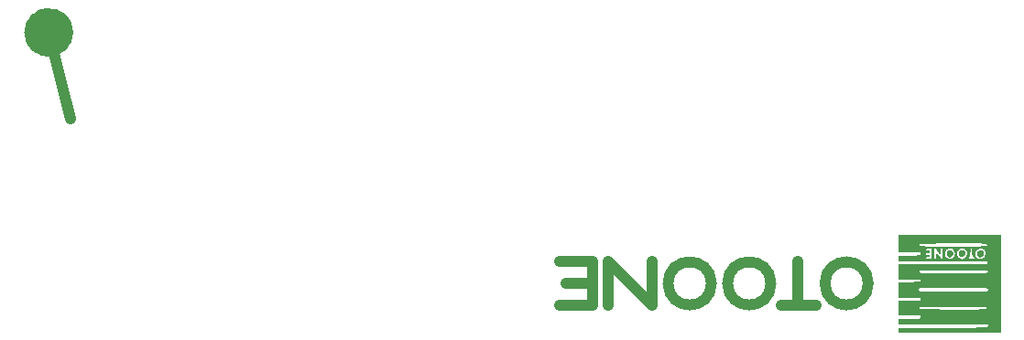
<source format=gbr>
%TF.GenerationSoftware,KiCad,Pcbnew,(5.1.8)-1*%
%TF.CreationDate,2023-04-23T23:39:47+09:00*%
%TF.ProjectId,face,66616365-2e6b-4696-9361-645f70636258,rev?*%
%TF.SameCoordinates,Original*%
%TF.FileFunction,Legend,Top*%
%TF.FilePolarity,Positive*%
%FSLAX46Y46*%
G04 Gerber Fmt 4.6, Leading zero omitted, Abs format (unit mm)*
G04 Created by KiCad (PCBNEW (5.1.8)-1) date 2023-04-23 23:39:47*
%MOMM*%
%LPD*%
G01*
G04 APERTURE LIST*
%ADD10C,1.000000*%
%ADD11C,2.500000*%
%ADD12C,0.010000*%
G04 APERTURE END LIST*
D10*
X82250000Y-82750000D02*
X80250000Y-74750000D01*
D11*
X81250000Y-74750000D02*
G75*
G03*
X81250000Y-74750000I-1000000J0D01*
G01*
D10*
X136000000Y-96000000D02*
X136000000Y-100000000D01*
X128100000Y-98000000D02*
X130300000Y-98000000D01*
X127500000Y-96000000D02*
X130500000Y-96000000D01*
X132000000Y-96000000D02*
X132000000Y-100000000D01*
X149500000Y-96000000D02*
X149500000Y-100000000D01*
X141500000Y-98000000D02*
G75*
G03*
X141500000Y-98000000I-2000000J0D01*
G01*
X127500000Y-100000000D02*
X130500000Y-100000000D01*
X147000000Y-98000000D02*
G75*
G03*
X147000000Y-98000000I-2000000J0D01*
G01*
X156000000Y-98000000D02*
G75*
G03*
X156000000Y-98000000I-2000000J0D01*
G01*
X148000000Y-100000000D02*
X151200000Y-100000000D01*
X130500000Y-96000000D02*
X130500000Y-100000000D01*
X136000000Y-100000000D02*
X132000000Y-96000000D01*
D12*
%TO.C,G\u002A\u002A\u002A*%
G36*
X163368942Y-95467339D02*
G01*
X163281508Y-95368949D01*
X163252043Y-95217048D01*
X163253781Y-95181238D01*
X163275698Y-95066318D01*
X163331192Y-95001565D01*
X163394167Y-94971080D01*
X163502498Y-94941883D01*
X163584651Y-94942013D01*
X163584667Y-94942019D01*
X163709679Y-95017944D01*
X163776803Y-95129004D01*
X163788988Y-95254062D01*
X163749178Y-95371978D01*
X163660322Y-95461614D01*
X163525366Y-95501832D01*
X163506562Y-95502333D01*
X163368942Y-95467339D01*
G37*
X163368942Y-95467339D02*
X163281508Y-95368949D01*
X163252043Y-95217048D01*
X163253781Y-95181238D01*
X163275698Y-95066318D01*
X163331192Y-95001565D01*
X163394167Y-94971080D01*
X163502498Y-94941883D01*
X163584651Y-94942013D01*
X163584667Y-94942019D01*
X163709679Y-95017944D01*
X163776803Y-95129004D01*
X163788988Y-95254062D01*
X163749178Y-95371978D01*
X163660322Y-95461614D01*
X163525366Y-95501832D01*
X163506562Y-95502333D01*
X163368942Y-95467339D01*
G36*
X164472691Y-95432627D02*
G01*
X164404140Y-95312031D01*
X164389000Y-95200550D01*
X164409281Y-95060353D01*
X164478568Y-94981844D01*
X164609533Y-94952914D01*
X164649067Y-94952000D01*
X164782644Y-94971655D01*
X164868067Y-95038674D01*
X164873433Y-95046086D01*
X164933805Y-95188535D01*
X164910272Y-95321639D01*
X164841355Y-95410288D01*
X164709207Y-95490058D01*
X164580350Y-95494737D01*
X164472691Y-95432627D01*
G37*
X164472691Y-95432627D02*
X164404140Y-95312031D01*
X164389000Y-95200550D01*
X164409281Y-95060353D01*
X164478568Y-94981844D01*
X164609533Y-94952914D01*
X164649067Y-94952000D01*
X164782644Y-94971655D01*
X164868067Y-95038674D01*
X164873433Y-95046086D01*
X164933805Y-95188535D01*
X164910272Y-95321639D01*
X164841355Y-95410288D01*
X164709207Y-95490058D01*
X164580350Y-95494737D01*
X164472691Y-95432627D01*
G36*
X166207661Y-95466186D02*
G01*
X166123865Y-95373386D01*
X166088700Y-95229483D01*
X166090114Y-95181238D01*
X166112108Y-95066188D01*
X166168291Y-95000589D01*
X166233582Y-94968359D01*
X166349989Y-94937170D01*
X166448414Y-94958235D01*
X166465712Y-94966423D01*
X166577770Y-95062193D01*
X166620020Y-95189782D01*
X166586989Y-95326679D01*
X166562600Y-95364835D01*
X166445852Y-95469226D01*
X166321264Y-95500571D01*
X166207661Y-95466186D01*
G37*
X166207661Y-95466186D02*
X166123865Y-95373386D01*
X166088700Y-95229483D01*
X166090114Y-95181238D01*
X166112108Y-95066188D01*
X166168291Y-95000589D01*
X166233582Y-94968359D01*
X166349989Y-94937170D01*
X166448414Y-94958235D01*
X166465712Y-94966423D01*
X166577770Y-95062193D01*
X166620020Y-95189782D01*
X166586989Y-95326679D01*
X166562600Y-95364835D01*
X166445852Y-95469226D01*
X166321264Y-95500571D01*
X166207661Y-95466186D01*
G36*
X158801000Y-102106333D02*
G01*
X162879606Y-102106333D01*
X163558905Y-102106279D01*
X164158592Y-102106051D01*
X164683721Y-102105556D01*
X165139347Y-102104700D01*
X165530525Y-102103389D01*
X165862308Y-102101527D01*
X166139751Y-102099021D01*
X166367910Y-102095777D01*
X166551838Y-102091700D01*
X166696589Y-102086695D01*
X166807219Y-102080669D01*
X166888782Y-102073527D01*
X166946332Y-102065174D01*
X166984923Y-102055518D01*
X167009612Y-102044462D01*
X167025450Y-102031913D01*
X167028273Y-102028917D01*
X167092005Y-101917000D01*
X167071696Y-101812345D01*
X167020917Y-101753061D01*
X167002855Y-101741339D01*
X166972811Y-101730991D01*
X166925764Y-101721933D01*
X166856694Y-101714081D01*
X166760579Y-101707350D01*
X166632399Y-101701654D01*
X166467134Y-101696910D01*
X166259762Y-101693032D01*
X166005264Y-101689935D01*
X165698617Y-101687535D01*
X165334802Y-101685747D01*
X164908798Y-101684486D01*
X164415584Y-101683668D01*
X163850140Y-101683207D01*
X163207444Y-101683018D01*
X162872250Y-101683000D01*
X158801000Y-101683000D01*
X158801000Y-101302000D01*
X159744081Y-101302000D01*
X160061374Y-101301121D01*
X160304867Y-101298022D01*
X160485411Y-101292015D01*
X160613858Y-101282410D01*
X160701062Y-101268518D01*
X160757873Y-101249648D01*
X160781248Y-101236100D01*
X160855371Y-101145712D01*
X160871318Y-101039295D01*
X160827879Y-100947936D01*
X160793450Y-100922490D01*
X160723251Y-100907908D01*
X160577381Y-100895857D01*
X160364807Y-100886714D01*
X160094498Y-100880860D01*
X159775421Y-100878673D01*
X159756284Y-100878667D01*
X158801000Y-100878667D01*
X158801000Y-99608667D01*
X159721750Y-99604447D01*
X159998761Y-99601888D01*
X160252365Y-99597121D01*
X160468477Y-99590603D01*
X160633010Y-99582793D01*
X160731879Y-99574151D01*
X160748334Y-99571023D01*
X160836580Y-99515953D01*
X160868060Y-99421919D01*
X160865231Y-99320866D01*
X160841590Y-99261656D01*
X160788002Y-99249477D01*
X160659999Y-99239128D01*
X160467817Y-99230992D01*
X160221695Y-99225450D01*
X159931870Y-99222886D01*
X159801113Y-99222786D01*
X158801000Y-99224280D01*
X158801000Y-97873000D01*
X159708411Y-97873000D01*
X160051475Y-97871405D01*
X160318811Y-97865728D01*
X160519314Y-97854628D01*
X160661877Y-97836767D01*
X160755396Y-97810805D01*
X160808764Y-97775404D01*
X160830876Y-97729224D01*
X160833000Y-97703667D01*
X160822408Y-97652010D01*
X160784701Y-97611757D01*
X160710985Y-97581566D01*
X160592365Y-97560100D01*
X160419948Y-97546019D01*
X160184839Y-97537983D01*
X159878143Y-97534653D01*
X159708411Y-97534333D01*
X158801000Y-97534333D01*
X158801000Y-96222000D01*
X166927049Y-96222000D01*
X166998057Y-96113628D01*
X167043705Y-96033077D01*
X167038932Y-95981533D01*
X166997534Y-95933711D01*
X166977343Y-95921951D01*
X166938832Y-95911264D01*
X166878156Y-95901598D01*
X166791470Y-95892898D01*
X166674929Y-95885110D01*
X166524688Y-95878182D01*
X166336901Y-95872058D01*
X166107724Y-95866686D01*
X165833311Y-95862011D01*
X165509818Y-95857979D01*
X165133399Y-95854537D01*
X164700209Y-95851632D01*
X164206403Y-95849208D01*
X163648136Y-95847212D01*
X163021562Y-95845591D01*
X162322837Y-95844291D01*
X161548116Y-95843257D01*
X160693552Y-95842437D01*
X160462584Y-95842256D01*
X158801000Y-95841000D01*
X158801000Y-95417667D01*
X159766201Y-95417667D01*
X160111639Y-95416141D01*
X160378623Y-95411357D01*
X160573314Y-95403008D01*
X160701873Y-95390785D01*
X160770461Y-95374380D01*
X160782201Y-95366867D01*
X160824331Y-95282675D01*
X160829602Y-95177926D01*
X160800032Y-95090655D01*
X160766038Y-95062363D01*
X160705650Y-95054909D01*
X160573718Y-95048304D01*
X160383364Y-95042881D01*
X160147712Y-95038971D01*
X159879881Y-95036906D01*
X159750038Y-95036667D01*
X158801000Y-95036667D01*
X158801000Y-93470333D01*
X168199000Y-93470333D01*
X168199000Y-94405187D01*
X166988160Y-94405187D01*
X166956227Y-94309474D01*
X166871727Y-94253511D01*
X166871025Y-94253350D01*
X166826520Y-94245143D01*
X166766962Y-94238083D01*
X166686505Y-94232110D01*
X166579300Y-94227164D01*
X166439501Y-94223185D01*
X166261258Y-94220113D01*
X166038725Y-94217887D01*
X165766055Y-94216448D01*
X165437398Y-94215736D01*
X165046908Y-94215689D01*
X164588737Y-94216249D01*
X164057037Y-94217355D01*
X163507923Y-94218775D01*
X162916798Y-94220810D01*
X162405937Y-94223491D01*
X161970936Y-94226909D01*
X161607395Y-94231155D01*
X161310911Y-94236319D01*
X161077082Y-94242492D01*
X160901506Y-94249765D01*
X160779781Y-94258227D01*
X160707506Y-94267969D01*
X160682173Y-94276875D01*
X160634770Y-94355451D01*
X160623449Y-94456106D01*
X160650527Y-94537251D01*
X160666865Y-94551810D01*
X160715643Y-94556347D01*
X160842332Y-94560566D01*
X161040174Y-94564413D01*
X161302414Y-94567835D01*
X161622296Y-94570779D01*
X161993063Y-94573192D01*
X162407959Y-94575021D01*
X162860229Y-94576212D01*
X163343115Y-94576712D01*
X163809922Y-94576516D01*
X164401029Y-94575716D01*
X164913142Y-94574634D01*
X165351933Y-94573144D01*
X165723073Y-94571120D01*
X166032233Y-94568436D01*
X166285087Y-94564966D01*
X166487306Y-94560584D01*
X166644562Y-94555163D01*
X166762527Y-94548577D01*
X166846873Y-94540702D01*
X166903271Y-94531409D01*
X166937394Y-94520574D01*
X166954913Y-94508069D01*
X166956080Y-94506574D01*
X166988160Y-94405187D01*
X168199000Y-94405187D01*
X168199000Y-95198615D01*
X166860616Y-95198615D01*
X166826019Y-94999301D01*
X166720133Y-94842788D01*
X166539817Y-94724556D01*
X166526834Y-94718701D01*
X166404391Y-94672372D01*
X166308981Y-94666426D01*
X166201243Y-94702764D01*
X166129447Y-94737895D01*
X165952853Y-94864741D01*
X165851293Y-95029140D01*
X165821562Y-95234259D01*
X165860717Y-95439561D01*
X165969790Y-95597317D01*
X166030630Y-95638186D01*
X165801975Y-95638186D01*
X165780060Y-95551938D01*
X165709152Y-95492707D01*
X165697420Y-95489044D01*
X165657818Y-95469574D01*
X165633665Y-95424952D01*
X165621274Y-95337769D01*
X165616958Y-95190614D01*
X165616667Y-95107658D01*
X165611250Y-94904264D01*
X165594477Y-94779218D01*
X165565563Y-94726862D01*
X165563750Y-94726037D01*
X165510530Y-94704273D01*
X165503713Y-94701342D01*
X165464320Y-94711216D01*
X165429630Y-94723696D01*
X165395714Y-94753258D01*
X165375122Y-94820824D01*
X165365052Y-94942501D01*
X165362667Y-95108659D01*
X165361799Y-95193196D01*
X165193334Y-95193196D01*
X165158821Y-95058926D01*
X165069114Y-94915359D01*
X164944957Y-94790635D01*
X164853158Y-94731784D01*
X164730269Y-94677175D01*
X164639801Y-94662624D01*
X164540368Y-94686705D01*
X164461198Y-94718261D01*
X164296304Y-94824027D01*
X164178038Y-94972969D01*
X164115643Y-95144604D01*
X164117030Y-95233447D01*
X164038714Y-95233447D01*
X164008701Y-95052814D01*
X163915919Y-94887733D01*
X163761280Y-94755220D01*
X163690500Y-94718701D01*
X163584496Y-94675063D01*
X163510412Y-94664101D01*
X163427225Y-94685905D01*
X163397444Y-94698000D01*
X161851606Y-94698000D01*
X161606887Y-94698648D01*
X161463236Y-94704972D01*
X161350064Y-94720597D01*
X161305085Y-94735471D01*
X161264053Y-94802501D01*
X161263117Y-94851240D01*
X161296832Y-94906671D01*
X161384024Y-94935854D01*
X161457782Y-94943851D01*
X161574275Y-94959905D01*
X161627050Y-94992888D01*
X161637334Y-95039101D01*
X161619020Y-95096813D01*
X161549557Y-95119338D01*
X161494351Y-95121333D01*
X161365312Y-95145230D01*
X161283543Y-95207301D01*
X161265975Y-95293119D01*
X161271436Y-95311294D01*
X161334790Y-95359835D01*
X161470200Y-95375333D01*
X161588033Y-95390219D01*
X161629214Y-95424544D01*
X161594215Y-95462816D01*
X161483507Y-95489541D01*
X161466676Y-95491114D01*
X161325872Y-95519774D01*
X161263454Y-95575874D01*
X161280626Y-95658293D01*
X161283066Y-95662249D01*
X161334725Y-95706648D01*
X161431314Y-95729284D01*
X161578448Y-95735167D01*
X161827834Y-95735167D01*
X161839720Y-95216583D01*
X161851606Y-94698000D01*
X163397444Y-94698000D01*
X163344602Y-94719460D01*
X163154050Y-94834338D01*
X163038167Y-94989061D01*
X163023438Y-95057998D01*
X162864506Y-95057998D01*
X162859796Y-94898916D01*
X162850087Y-94780796D01*
X162835118Y-94724564D01*
X162834993Y-94724437D01*
X162772833Y-94705105D01*
X162718576Y-94706798D01*
X162668587Y-94725793D01*
X162639836Y-94778278D01*
X162624515Y-94884649D01*
X162619371Y-94965931D01*
X162609303Y-95101960D01*
X162593784Y-95167477D01*
X162567461Y-95176636D01*
X162545288Y-95161831D01*
X162492957Y-95094324D01*
X162484000Y-95060923D01*
X162453959Y-94988417D01*
X162379248Y-94894328D01*
X162282988Y-94800930D01*
X162188296Y-94730496D01*
X162118294Y-94705300D01*
X162115310Y-94705727D01*
X162083036Y-94719922D01*
X162061400Y-94757266D01*
X162048329Y-94832012D01*
X162041752Y-94958414D01*
X162039595Y-95150725D01*
X162039500Y-95227167D01*
X162040605Y-95442674D01*
X162045361Y-95587887D01*
X162055929Y-95677161D01*
X162074470Y-95724856D01*
X162103147Y-95745330D01*
X162118080Y-95749140D01*
X162195584Y-95748057D01*
X162243220Y-95699183D01*
X162268738Y-95588977D01*
X162277477Y-95470583D01*
X162288147Y-95346374D01*
X162304842Y-95265708D01*
X162317065Y-95248333D01*
X162352544Y-95281743D01*
X162416105Y-95368989D01*
X162487767Y-95481150D01*
X162607990Y-95650882D01*
X162713411Y-95738278D01*
X162805118Y-95744165D01*
X162822288Y-95735401D01*
X162838625Y-95685409D01*
X162851278Y-95571747D01*
X162859984Y-95415340D01*
X162864481Y-95237115D01*
X162864506Y-95057998D01*
X163023438Y-95057998D01*
X162996376Y-95184657D01*
X163006716Y-95322616D01*
X163074028Y-95499519D01*
X163199863Y-95636429D01*
X163364283Y-95723167D01*
X163547346Y-95749553D01*
X163729111Y-95705406D01*
X163743024Y-95698510D01*
X163906788Y-95573311D01*
X164005047Y-95412618D01*
X164038714Y-95233447D01*
X164117030Y-95233447D01*
X164118359Y-95318450D01*
X164150528Y-95406761D01*
X164279658Y-95587515D01*
X164439082Y-95704609D01*
X164614382Y-95753672D01*
X164791144Y-95730330D01*
X164937606Y-95645458D01*
X165082130Y-95489017D01*
X165171204Y-95318091D01*
X165193334Y-95193196D01*
X165361799Y-95193196D01*
X165360858Y-95284674D01*
X165352742Y-95393766D01*
X165334288Y-95453648D01*
X165301464Y-95482033D01*
X165275723Y-95490663D01*
X165210711Y-95533186D01*
X165201639Y-95624283D01*
X165215363Y-95686902D01*
X165252173Y-95721807D01*
X165333312Y-95739108D01*
X165461489Y-95747969D01*
X165605097Y-95747449D01*
X165718130Y-95732741D01*
X165764035Y-95714663D01*
X165801975Y-95638186D01*
X166030630Y-95638186D01*
X166109898Y-95691433D01*
X166309888Y-95748592D01*
X166497888Y-95730239D01*
X166659985Y-95645507D01*
X166782266Y-95503529D01*
X166850820Y-95313439D01*
X166860616Y-95198615D01*
X168199000Y-95198615D01*
X168199000Y-96883782D01*
X167074786Y-96883782D01*
X167051943Y-96811297D01*
X167031873Y-96780953D01*
X166966533Y-96687667D01*
X163860457Y-96687667D01*
X163268063Y-96687814D01*
X162754638Y-96688334D01*
X162314483Y-96689346D01*
X161941900Y-96690971D01*
X161631192Y-96693328D01*
X161376660Y-96696536D01*
X161172607Y-96700714D01*
X161013335Y-96705982D01*
X160893144Y-96712460D01*
X160806339Y-96720267D01*
X160747220Y-96729523D01*
X160710090Y-96740346D01*
X160689250Y-96752857D01*
X160687858Y-96754191D01*
X160626666Y-96855628D01*
X160649943Y-96956128D01*
X160688130Y-97002415D01*
X160707367Y-97015103D01*
X160741681Y-97026031D01*
X160796776Y-97035300D01*
X160878359Y-97043009D01*
X160992135Y-97049259D01*
X161143812Y-97054150D01*
X161339094Y-97057783D01*
X161583688Y-97060258D01*
X161883300Y-97061676D01*
X162243636Y-97062136D01*
X162670401Y-97061740D01*
X163169303Y-97060587D01*
X163746046Y-97058778D01*
X163868553Y-97058356D01*
X164456104Y-97056269D01*
X164964794Y-97054277D01*
X165400429Y-97052201D01*
X165768815Y-97049861D01*
X166075759Y-97047081D01*
X166327065Y-97043680D01*
X166528540Y-97039481D01*
X166685989Y-97034305D01*
X166805218Y-97027974D01*
X166892033Y-97020309D01*
X166952239Y-97011132D01*
X166991643Y-97000264D01*
X167016051Y-96987526D01*
X167031267Y-96972742D01*
X167039698Y-96960870D01*
X167074786Y-96883782D01*
X168199000Y-96883782D01*
X168199000Y-98550333D01*
X167098334Y-98550333D01*
X167071009Y-98491932D01*
X167013667Y-98423333D01*
X166995925Y-98407340D01*
X166973033Y-98393499D01*
X166939129Y-98381654D01*
X166888352Y-98371650D01*
X166814841Y-98363332D01*
X166712734Y-98356544D01*
X166576171Y-98351131D01*
X166399290Y-98346937D01*
X166176229Y-98343808D01*
X165901127Y-98341586D01*
X165568123Y-98340118D01*
X165171356Y-98339248D01*
X164704963Y-98338820D01*
X164163085Y-98338679D01*
X163820524Y-98338667D01*
X163227888Y-98338813D01*
X162714223Y-98339333D01*
X162273833Y-98340345D01*
X161901021Y-98341968D01*
X161590094Y-98344322D01*
X161335354Y-98347526D01*
X161131106Y-98351700D01*
X160971655Y-98356963D01*
X160851304Y-98363434D01*
X160764358Y-98371232D01*
X160705122Y-98380478D01*
X160667899Y-98391289D01*
X160646994Y-98403786D01*
X160645524Y-98405191D01*
X160588580Y-98507066D01*
X160587856Y-98618626D01*
X160641672Y-98705619D01*
X160660884Y-98718177D01*
X160722364Y-98727859D01*
X160868172Y-98736343D01*
X161097981Y-98743626D01*
X161411460Y-98749702D01*
X161808282Y-98754568D01*
X162288116Y-98758219D01*
X162850635Y-98760650D01*
X163495507Y-98761857D01*
X163835884Y-98762000D01*
X164421559Y-98761952D01*
X164928444Y-98761704D01*
X165362416Y-98761098D01*
X165729351Y-98759979D01*
X166035126Y-98758189D01*
X166285617Y-98755573D01*
X166486702Y-98751973D01*
X166644257Y-98747234D01*
X166764158Y-98741198D01*
X166852283Y-98733709D01*
X166914507Y-98724610D01*
X166956708Y-98713745D01*
X166984761Y-98700957D01*
X167004545Y-98686090D01*
X167013667Y-98677333D01*
X167075821Y-98601517D01*
X167098334Y-98550333D01*
X168199000Y-98550333D01*
X168199000Y-100230601D01*
X166994656Y-100230601D01*
X166969693Y-100155933D01*
X166959307Y-100140515D01*
X166941962Y-100127171D01*
X166911875Y-100115751D01*
X166863264Y-100106107D01*
X166790347Y-100098088D01*
X166687341Y-100091544D01*
X166548464Y-100086326D01*
X166367934Y-100082284D01*
X166139968Y-100079268D01*
X165858785Y-100077128D01*
X165518600Y-100075716D01*
X165113633Y-100074880D01*
X164638102Y-100074472D01*
X164086222Y-100074342D01*
X163818509Y-100074333D01*
X163152968Y-100074848D01*
X162570482Y-100076405D01*
X162069447Y-100079029D01*
X161648260Y-100082741D01*
X161305315Y-100087566D01*
X161039008Y-100093526D01*
X160847735Y-100100644D01*
X160729891Y-100108942D01*
X160683871Y-100118444D01*
X160683347Y-100119073D01*
X160670110Y-100186045D01*
X160683117Y-100268966D01*
X160712726Y-100334399D01*
X160749293Y-100348905D01*
X160749575Y-100348733D01*
X160787684Y-100353286D01*
X160790667Y-100368168D01*
X160831641Y-100374979D01*
X160949127Y-100381340D01*
X161134973Y-100387226D01*
X161381024Y-100392614D01*
X161679128Y-100397476D01*
X162021132Y-100401788D01*
X162398881Y-100405524D01*
X162804224Y-100408659D01*
X163229006Y-100411168D01*
X163665075Y-100413024D01*
X164104277Y-100414204D01*
X164538459Y-100414681D01*
X164959467Y-100414431D01*
X165359150Y-100413427D01*
X165729352Y-100411645D01*
X166061922Y-100409058D01*
X166348705Y-100405643D01*
X166581550Y-100401373D01*
X166752301Y-100396222D01*
X166852806Y-100390167D01*
X166873155Y-100387084D01*
X166969893Y-100327803D01*
X166994656Y-100230601D01*
X168199000Y-100230601D01*
X168199000Y-102487333D01*
X158801000Y-102487333D01*
X158801000Y-102106333D01*
G37*
X158801000Y-102106333D02*
X162879606Y-102106333D01*
X163558905Y-102106279D01*
X164158592Y-102106051D01*
X164683721Y-102105556D01*
X165139347Y-102104700D01*
X165530525Y-102103389D01*
X165862308Y-102101527D01*
X166139751Y-102099021D01*
X166367910Y-102095777D01*
X166551838Y-102091700D01*
X166696589Y-102086695D01*
X166807219Y-102080669D01*
X166888782Y-102073527D01*
X166946332Y-102065174D01*
X166984923Y-102055518D01*
X167009612Y-102044462D01*
X167025450Y-102031913D01*
X167028273Y-102028917D01*
X167092005Y-101917000D01*
X167071696Y-101812345D01*
X167020917Y-101753061D01*
X167002855Y-101741339D01*
X166972811Y-101730991D01*
X166925764Y-101721933D01*
X166856694Y-101714081D01*
X166760579Y-101707350D01*
X166632399Y-101701654D01*
X166467134Y-101696910D01*
X166259762Y-101693032D01*
X166005264Y-101689935D01*
X165698617Y-101687535D01*
X165334802Y-101685747D01*
X164908798Y-101684486D01*
X164415584Y-101683668D01*
X163850140Y-101683207D01*
X163207444Y-101683018D01*
X162872250Y-101683000D01*
X158801000Y-101683000D01*
X158801000Y-101302000D01*
X159744081Y-101302000D01*
X160061374Y-101301121D01*
X160304867Y-101298022D01*
X160485411Y-101292015D01*
X160613858Y-101282410D01*
X160701062Y-101268518D01*
X160757873Y-101249648D01*
X160781248Y-101236100D01*
X160855371Y-101145712D01*
X160871318Y-101039295D01*
X160827879Y-100947936D01*
X160793450Y-100922490D01*
X160723251Y-100907908D01*
X160577381Y-100895857D01*
X160364807Y-100886714D01*
X160094498Y-100880860D01*
X159775421Y-100878673D01*
X159756284Y-100878667D01*
X158801000Y-100878667D01*
X158801000Y-99608667D01*
X159721750Y-99604447D01*
X159998761Y-99601888D01*
X160252365Y-99597121D01*
X160468477Y-99590603D01*
X160633010Y-99582793D01*
X160731879Y-99574151D01*
X160748334Y-99571023D01*
X160836580Y-99515953D01*
X160868060Y-99421919D01*
X160865231Y-99320866D01*
X160841590Y-99261656D01*
X160788002Y-99249477D01*
X160659999Y-99239128D01*
X160467817Y-99230992D01*
X160221695Y-99225450D01*
X159931870Y-99222886D01*
X159801113Y-99222786D01*
X158801000Y-99224280D01*
X158801000Y-97873000D01*
X159708411Y-97873000D01*
X160051475Y-97871405D01*
X160318811Y-97865728D01*
X160519314Y-97854628D01*
X160661877Y-97836767D01*
X160755396Y-97810805D01*
X160808764Y-97775404D01*
X160830876Y-97729224D01*
X160833000Y-97703667D01*
X160822408Y-97652010D01*
X160784701Y-97611757D01*
X160710985Y-97581566D01*
X160592365Y-97560100D01*
X160419948Y-97546019D01*
X160184839Y-97537983D01*
X159878143Y-97534653D01*
X159708411Y-97534333D01*
X158801000Y-97534333D01*
X158801000Y-96222000D01*
X166927049Y-96222000D01*
X166998057Y-96113628D01*
X167043705Y-96033077D01*
X167038932Y-95981533D01*
X166997534Y-95933711D01*
X166977343Y-95921951D01*
X166938832Y-95911264D01*
X166878156Y-95901598D01*
X166791470Y-95892898D01*
X166674929Y-95885110D01*
X166524688Y-95878182D01*
X166336901Y-95872058D01*
X166107724Y-95866686D01*
X165833311Y-95862011D01*
X165509818Y-95857979D01*
X165133399Y-95854537D01*
X164700209Y-95851632D01*
X164206403Y-95849208D01*
X163648136Y-95847212D01*
X163021562Y-95845591D01*
X162322837Y-95844291D01*
X161548116Y-95843257D01*
X160693552Y-95842437D01*
X160462584Y-95842256D01*
X158801000Y-95841000D01*
X158801000Y-95417667D01*
X159766201Y-95417667D01*
X160111639Y-95416141D01*
X160378623Y-95411357D01*
X160573314Y-95403008D01*
X160701873Y-95390785D01*
X160770461Y-95374380D01*
X160782201Y-95366867D01*
X160824331Y-95282675D01*
X160829602Y-95177926D01*
X160800032Y-95090655D01*
X160766038Y-95062363D01*
X160705650Y-95054909D01*
X160573718Y-95048304D01*
X160383364Y-95042881D01*
X160147712Y-95038971D01*
X159879881Y-95036906D01*
X159750038Y-95036667D01*
X158801000Y-95036667D01*
X158801000Y-93470333D01*
X168199000Y-93470333D01*
X168199000Y-94405187D01*
X166988160Y-94405187D01*
X166956227Y-94309474D01*
X166871727Y-94253511D01*
X166871025Y-94253350D01*
X166826520Y-94245143D01*
X166766962Y-94238083D01*
X166686505Y-94232110D01*
X166579300Y-94227164D01*
X166439501Y-94223185D01*
X166261258Y-94220113D01*
X166038725Y-94217887D01*
X165766055Y-94216448D01*
X165437398Y-94215736D01*
X165046908Y-94215689D01*
X164588737Y-94216249D01*
X164057037Y-94217355D01*
X163507923Y-94218775D01*
X162916798Y-94220810D01*
X162405937Y-94223491D01*
X161970936Y-94226909D01*
X161607395Y-94231155D01*
X161310911Y-94236319D01*
X161077082Y-94242492D01*
X160901506Y-94249765D01*
X160779781Y-94258227D01*
X160707506Y-94267969D01*
X160682173Y-94276875D01*
X160634770Y-94355451D01*
X160623449Y-94456106D01*
X160650527Y-94537251D01*
X160666865Y-94551810D01*
X160715643Y-94556347D01*
X160842332Y-94560566D01*
X161040174Y-94564413D01*
X161302414Y-94567835D01*
X161622296Y-94570779D01*
X161993063Y-94573192D01*
X162407959Y-94575021D01*
X162860229Y-94576212D01*
X163343115Y-94576712D01*
X163809922Y-94576516D01*
X164401029Y-94575716D01*
X164913142Y-94574634D01*
X165351933Y-94573144D01*
X165723073Y-94571120D01*
X166032233Y-94568436D01*
X166285087Y-94564966D01*
X166487306Y-94560584D01*
X166644562Y-94555163D01*
X166762527Y-94548577D01*
X166846873Y-94540702D01*
X166903271Y-94531409D01*
X166937394Y-94520574D01*
X166954913Y-94508069D01*
X166956080Y-94506574D01*
X166988160Y-94405187D01*
X168199000Y-94405187D01*
X168199000Y-95198615D01*
X166860616Y-95198615D01*
X166826019Y-94999301D01*
X166720133Y-94842788D01*
X166539817Y-94724556D01*
X166526834Y-94718701D01*
X166404391Y-94672372D01*
X166308981Y-94666426D01*
X166201243Y-94702764D01*
X166129447Y-94737895D01*
X165952853Y-94864741D01*
X165851293Y-95029140D01*
X165821562Y-95234259D01*
X165860717Y-95439561D01*
X165969790Y-95597317D01*
X166030630Y-95638186D01*
X165801975Y-95638186D01*
X165780060Y-95551938D01*
X165709152Y-95492707D01*
X165697420Y-95489044D01*
X165657818Y-95469574D01*
X165633665Y-95424952D01*
X165621274Y-95337769D01*
X165616958Y-95190614D01*
X165616667Y-95107658D01*
X165611250Y-94904264D01*
X165594477Y-94779218D01*
X165565563Y-94726862D01*
X165563750Y-94726037D01*
X165510530Y-94704273D01*
X165503713Y-94701342D01*
X165464320Y-94711216D01*
X165429630Y-94723696D01*
X165395714Y-94753258D01*
X165375122Y-94820824D01*
X165365052Y-94942501D01*
X165362667Y-95108659D01*
X165361799Y-95193196D01*
X165193334Y-95193196D01*
X165158821Y-95058926D01*
X165069114Y-94915359D01*
X164944957Y-94790635D01*
X164853158Y-94731784D01*
X164730269Y-94677175D01*
X164639801Y-94662624D01*
X164540368Y-94686705D01*
X164461198Y-94718261D01*
X164296304Y-94824027D01*
X164178038Y-94972969D01*
X164115643Y-95144604D01*
X164117030Y-95233447D01*
X164038714Y-95233447D01*
X164008701Y-95052814D01*
X163915919Y-94887733D01*
X163761280Y-94755220D01*
X163690500Y-94718701D01*
X163584496Y-94675063D01*
X163510412Y-94664101D01*
X163427225Y-94685905D01*
X163397444Y-94698000D01*
X161851606Y-94698000D01*
X161606887Y-94698648D01*
X161463236Y-94704972D01*
X161350064Y-94720597D01*
X161305085Y-94735471D01*
X161264053Y-94802501D01*
X161263117Y-94851240D01*
X161296832Y-94906671D01*
X161384024Y-94935854D01*
X161457782Y-94943851D01*
X161574275Y-94959905D01*
X161627050Y-94992888D01*
X161637334Y-95039101D01*
X161619020Y-95096813D01*
X161549557Y-95119338D01*
X161494351Y-95121333D01*
X161365312Y-95145230D01*
X161283543Y-95207301D01*
X161265975Y-95293119D01*
X161271436Y-95311294D01*
X161334790Y-95359835D01*
X161470200Y-95375333D01*
X161588033Y-95390219D01*
X161629214Y-95424544D01*
X161594215Y-95462816D01*
X161483507Y-95489541D01*
X161466676Y-95491114D01*
X161325872Y-95519774D01*
X161263454Y-95575874D01*
X161280626Y-95658293D01*
X161283066Y-95662249D01*
X161334725Y-95706648D01*
X161431314Y-95729284D01*
X161578448Y-95735167D01*
X161827834Y-95735167D01*
X161839720Y-95216583D01*
X161851606Y-94698000D01*
X163397444Y-94698000D01*
X163344602Y-94719460D01*
X163154050Y-94834338D01*
X163038167Y-94989061D01*
X163023438Y-95057998D01*
X162864506Y-95057998D01*
X162859796Y-94898916D01*
X162850087Y-94780796D01*
X162835118Y-94724564D01*
X162834993Y-94724437D01*
X162772833Y-94705105D01*
X162718576Y-94706798D01*
X162668587Y-94725793D01*
X162639836Y-94778278D01*
X162624515Y-94884649D01*
X162619371Y-94965931D01*
X162609303Y-95101960D01*
X162593784Y-95167477D01*
X162567461Y-95176636D01*
X162545288Y-95161831D01*
X162492957Y-95094324D01*
X162484000Y-95060923D01*
X162453959Y-94988417D01*
X162379248Y-94894328D01*
X162282988Y-94800930D01*
X162188296Y-94730496D01*
X162118294Y-94705300D01*
X162115310Y-94705727D01*
X162083036Y-94719922D01*
X162061400Y-94757266D01*
X162048329Y-94832012D01*
X162041752Y-94958414D01*
X162039595Y-95150725D01*
X162039500Y-95227167D01*
X162040605Y-95442674D01*
X162045361Y-95587887D01*
X162055929Y-95677161D01*
X162074470Y-95724856D01*
X162103147Y-95745330D01*
X162118080Y-95749140D01*
X162195584Y-95748057D01*
X162243220Y-95699183D01*
X162268738Y-95588977D01*
X162277477Y-95470583D01*
X162288147Y-95346374D01*
X162304842Y-95265708D01*
X162317065Y-95248333D01*
X162352544Y-95281743D01*
X162416105Y-95368989D01*
X162487767Y-95481150D01*
X162607990Y-95650882D01*
X162713411Y-95738278D01*
X162805118Y-95744165D01*
X162822288Y-95735401D01*
X162838625Y-95685409D01*
X162851278Y-95571747D01*
X162859984Y-95415340D01*
X162864481Y-95237115D01*
X162864506Y-95057998D01*
X163023438Y-95057998D01*
X162996376Y-95184657D01*
X163006716Y-95322616D01*
X163074028Y-95499519D01*
X163199863Y-95636429D01*
X163364283Y-95723167D01*
X163547346Y-95749553D01*
X163729111Y-95705406D01*
X163743024Y-95698510D01*
X163906788Y-95573311D01*
X164005047Y-95412618D01*
X164038714Y-95233447D01*
X164117030Y-95233447D01*
X164118359Y-95318450D01*
X164150528Y-95406761D01*
X164279658Y-95587515D01*
X164439082Y-95704609D01*
X164614382Y-95753672D01*
X164791144Y-95730330D01*
X164937606Y-95645458D01*
X165082130Y-95489017D01*
X165171204Y-95318091D01*
X165193334Y-95193196D01*
X165361799Y-95193196D01*
X165360858Y-95284674D01*
X165352742Y-95393766D01*
X165334288Y-95453648D01*
X165301464Y-95482033D01*
X165275723Y-95490663D01*
X165210711Y-95533186D01*
X165201639Y-95624283D01*
X165215363Y-95686902D01*
X165252173Y-95721807D01*
X165333312Y-95739108D01*
X165461489Y-95747969D01*
X165605097Y-95747449D01*
X165718130Y-95732741D01*
X165764035Y-95714663D01*
X165801975Y-95638186D01*
X166030630Y-95638186D01*
X166109898Y-95691433D01*
X166309888Y-95748592D01*
X166497888Y-95730239D01*
X166659985Y-95645507D01*
X166782266Y-95503529D01*
X166850820Y-95313439D01*
X166860616Y-95198615D01*
X168199000Y-95198615D01*
X168199000Y-96883782D01*
X167074786Y-96883782D01*
X167051943Y-96811297D01*
X167031873Y-96780953D01*
X166966533Y-96687667D01*
X163860457Y-96687667D01*
X163268063Y-96687814D01*
X162754638Y-96688334D01*
X162314483Y-96689346D01*
X161941900Y-96690971D01*
X161631192Y-96693328D01*
X161376660Y-96696536D01*
X161172607Y-96700714D01*
X161013335Y-96705982D01*
X160893144Y-96712460D01*
X160806339Y-96720267D01*
X160747220Y-96729523D01*
X160710090Y-96740346D01*
X160689250Y-96752857D01*
X160687858Y-96754191D01*
X160626666Y-96855628D01*
X160649943Y-96956128D01*
X160688130Y-97002415D01*
X160707367Y-97015103D01*
X160741681Y-97026031D01*
X160796776Y-97035300D01*
X160878359Y-97043009D01*
X160992135Y-97049259D01*
X161143812Y-97054150D01*
X161339094Y-97057783D01*
X161583688Y-97060258D01*
X161883300Y-97061676D01*
X162243636Y-97062136D01*
X162670401Y-97061740D01*
X163169303Y-97060587D01*
X163746046Y-97058778D01*
X163868553Y-97058356D01*
X164456104Y-97056269D01*
X164964794Y-97054277D01*
X165400429Y-97052201D01*
X165768815Y-97049861D01*
X166075759Y-97047081D01*
X166327065Y-97043680D01*
X166528540Y-97039481D01*
X166685989Y-97034305D01*
X166805218Y-97027974D01*
X166892033Y-97020309D01*
X166952239Y-97011132D01*
X166991643Y-97000264D01*
X167016051Y-96987526D01*
X167031267Y-96972742D01*
X167039698Y-96960870D01*
X167074786Y-96883782D01*
X168199000Y-96883782D01*
X168199000Y-98550333D01*
X167098334Y-98550333D01*
X167071009Y-98491932D01*
X167013667Y-98423333D01*
X166995925Y-98407340D01*
X166973033Y-98393499D01*
X166939129Y-98381654D01*
X166888352Y-98371650D01*
X166814841Y-98363332D01*
X166712734Y-98356544D01*
X166576171Y-98351131D01*
X166399290Y-98346937D01*
X166176229Y-98343808D01*
X165901127Y-98341586D01*
X165568123Y-98340118D01*
X165171356Y-98339248D01*
X164704963Y-98338820D01*
X164163085Y-98338679D01*
X163820524Y-98338667D01*
X163227888Y-98338813D01*
X162714223Y-98339333D01*
X162273833Y-98340345D01*
X161901021Y-98341968D01*
X161590094Y-98344322D01*
X161335354Y-98347526D01*
X161131106Y-98351700D01*
X160971655Y-98356963D01*
X160851304Y-98363434D01*
X160764358Y-98371232D01*
X160705122Y-98380478D01*
X160667899Y-98391289D01*
X160646994Y-98403786D01*
X160645524Y-98405191D01*
X160588580Y-98507066D01*
X160587856Y-98618626D01*
X160641672Y-98705619D01*
X160660884Y-98718177D01*
X160722364Y-98727859D01*
X160868172Y-98736343D01*
X161097981Y-98743626D01*
X161411460Y-98749702D01*
X161808282Y-98754568D01*
X162288116Y-98758219D01*
X162850635Y-98760650D01*
X163495507Y-98761857D01*
X163835884Y-98762000D01*
X164421559Y-98761952D01*
X164928444Y-98761704D01*
X165362416Y-98761098D01*
X165729351Y-98759979D01*
X166035126Y-98758189D01*
X166285617Y-98755573D01*
X166486702Y-98751973D01*
X166644257Y-98747234D01*
X166764158Y-98741198D01*
X166852283Y-98733709D01*
X166914507Y-98724610D01*
X166956708Y-98713745D01*
X166984761Y-98700957D01*
X167004545Y-98686090D01*
X167013667Y-98677333D01*
X167075821Y-98601517D01*
X167098334Y-98550333D01*
X168199000Y-98550333D01*
X168199000Y-100230601D01*
X166994656Y-100230601D01*
X166969693Y-100155933D01*
X166959307Y-100140515D01*
X166941962Y-100127171D01*
X166911875Y-100115751D01*
X166863264Y-100106107D01*
X166790347Y-100098088D01*
X166687341Y-100091544D01*
X166548464Y-100086326D01*
X166367934Y-100082284D01*
X166139968Y-100079268D01*
X165858785Y-100077128D01*
X165518600Y-100075716D01*
X165113633Y-100074880D01*
X164638102Y-100074472D01*
X164086222Y-100074342D01*
X163818509Y-100074333D01*
X163152968Y-100074848D01*
X162570482Y-100076405D01*
X162069447Y-100079029D01*
X161648260Y-100082741D01*
X161305315Y-100087566D01*
X161039008Y-100093526D01*
X160847735Y-100100644D01*
X160729891Y-100108942D01*
X160683871Y-100118444D01*
X160683347Y-100119073D01*
X160670110Y-100186045D01*
X160683117Y-100268966D01*
X160712726Y-100334399D01*
X160749293Y-100348905D01*
X160749575Y-100348733D01*
X160787684Y-100353286D01*
X160790667Y-100368168D01*
X160831641Y-100374979D01*
X160949127Y-100381340D01*
X161134973Y-100387226D01*
X161381024Y-100392614D01*
X161679128Y-100397476D01*
X162021132Y-100401788D01*
X162398881Y-100405524D01*
X162804224Y-100408659D01*
X163229006Y-100411168D01*
X163665075Y-100413024D01*
X164104277Y-100414204D01*
X164538459Y-100414681D01*
X164959467Y-100414431D01*
X165359150Y-100413427D01*
X165729352Y-100411645D01*
X166061922Y-100409058D01*
X166348705Y-100405643D01*
X166581550Y-100401373D01*
X166752301Y-100396222D01*
X166852806Y-100390167D01*
X166873155Y-100387084D01*
X166969893Y-100327803D01*
X166994656Y-100230601D01*
X168199000Y-100230601D01*
X168199000Y-102487333D01*
X158801000Y-102487333D01*
X158801000Y-102106333D01*
%TD*%
M02*

</source>
